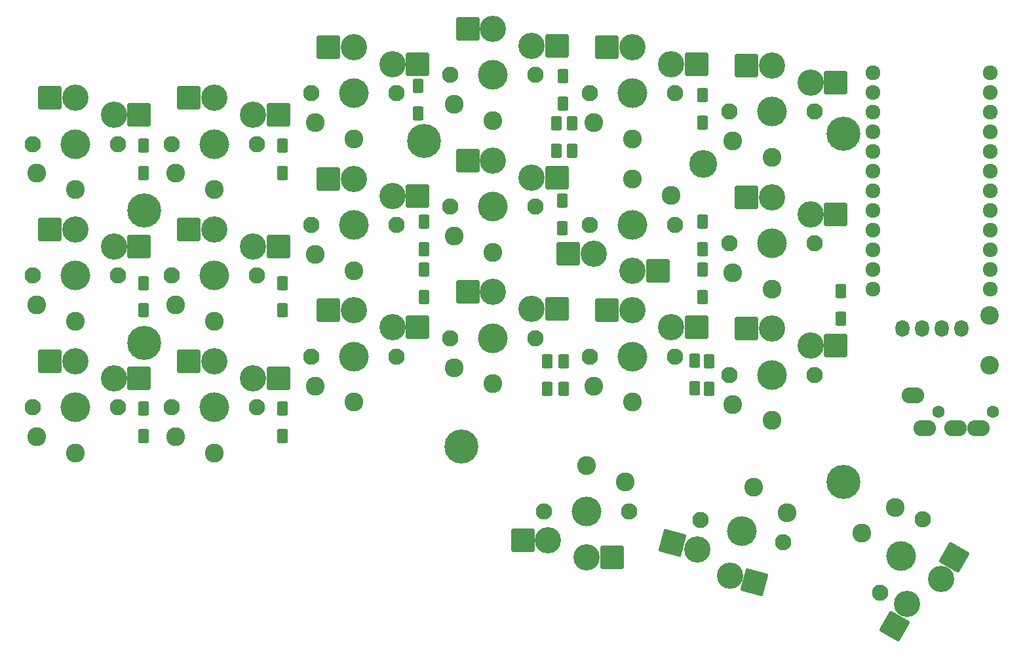
<source format=gbs>
G04 #@! TF.GenerationSoftware,KiCad,Pcbnew,(7.0.0-0)*
G04 #@! TF.CreationDate,2023-04-28T12:14:11+03:00*
G04 #@! TF.ProjectId,chococorne,63686f63-6f63-46f7-926e-652e6b696361,2.1*
G04 #@! TF.SameCoordinates,Original*
G04 #@! TF.FileFunction,Soldermask,Bot*
G04 #@! TF.FilePolarity,Negative*
%FSLAX46Y46*%
G04 Gerber Fmt 4.6, Leading zero omitted, Abs format (unit mm)*
G04 Created by KiCad (PCBNEW (7.0.0-0)) date 2023-04-28 12:14:11*
%MOMM*%
%LPD*%
G01*
G04 APERTURE LIST*
G04 Aperture macros list*
%AMRoundRect*
0 Rectangle with rounded corners*
0 $1 Rounding radius*
0 $2 $3 $4 $5 $6 $7 $8 $9 X,Y pos of 4 corners*
0 Add a 4 corners polygon primitive as box body*
4,1,4,$2,$3,$4,$5,$6,$7,$8,$9,$2,$3,0*
0 Add four circle primitives for the rounded corners*
1,1,$1+$1,$2,$3*
1,1,$1+$1,$4,$5*
1,1,$1+$1,$6,$7*
1,1,$1+$1,$8,$9*
0 Add four rect primitives between the rounded corners*
20,1,$1+$1,$2,$3,$4,$5,0*
20,1,$1+$1,$4,$5,$6,$7,0*
20,1,$1+$1,$6,$7,$8,$9,0*
20,1,$1+$1,$8,$9,$2,$3,0*%
G04 Aperture macros list end*
%ADD10C,4.400000*%
%ADD11C,2.101800*%
%ADD12C,3.400000*%
%ADD13C,3.829000*%
%ADD14RoundRect,0.200000X-1.300000X-1.300000X1.300000X-1.300000X1.300000X1.300000X-1.300000X1.300000X0*%
%ADD15C,2.432000*%
%ADD16C,3.600000*%
%ADD17C,2.400000*%
%ADD18RoundRect,0.200000X-0.500000X0.700000X-0.500000X-0.700000X0.500000X-0.700000X0.500000X0.700000X0*%
%ADD19C,1.600000*%
%ADD20O,2.900000X2.100000*%
%ADD21RoundRect,0.200000X1.300000X1.300000X-1.300000X1.300000X-1.300000X-1.300000X1.300000X-1.300000X0*%
%ADD22RoundRect,0.200000X1.592168X0.919239X-0.919239X1.592168X-1.592168X-0.919239X0.919239X-1.592168X0*%
%ADD23O,1.797000X2.178000*%
%ADD24C,1.924000*%
%ADD25RoundRect,0.200000X-0.475833X1.775833X-1.775833X-0.475833X0.475833X-1.775833X1.775833X0.475833X0*%
G04 APERTURE END LIST*
D10*
X71590000Y-69700000D03*
D11*
X21000000Y-87110000D03*
D12*
X26500000Y-81160000D03*
D13*
X26500000Y-87110000D03*
D12*
X31500000Y-83360000D03*
D11*
X32000000Y-87110000D03*
D14*
X23225000Y-81160000D03*
D15*
X26500000Y-93010000D03*
X21500000Y-90910000D03*
D14*
X34775000Y-83360000D03*
D16*
X107615000Y-72655000D03*
D10*
X35460000Y-95820000D03*
X125730000Y-113730000D03*
X76410000Y-109180000D03*
X35460000Y-78680000D03*
D17*
X144620000Y-98710000D03*
X144620000Y-92210000D03*
D18*
X106540000Y-98125000D03*
X106540000Y-101675000D03*
X108420000Y-98165000D03*
X108420000Y-101715000D03*
D11*
X111000000Y-82930000D03*
D12*
X116500000Y-76980000D03*
D13*
X116500000Y-82930000D03*
D12*
X121500000Y-79180000D03*
D11*
X122000000Y-82930000D03*
D14*
X113225000Y-76980000D03*
D15*
X116500000Y-88830000D03*
X111500000Y-86730000D03*
D14*
X124775000Y-79180000D03*
D18*
X35360000Y-104310000D03*
X35360000Y-107860000D03*
X35360000Y-70330000D03*
X35360000Y-73880000D03*
X125410000Y-89125000D03*
X125410000Y-92675000D03*
X35360000Y-88060000D03*
X35360000Y-91610000D03*
X87500000Y-98155000D03*
X87500000Y-101705000D03*
X89600000Y-98215000D03*
X89600000Y-101765000D03*
D19*
X145050000Y-104700000D03*
X138050000Y-104700000D03*
D20*
X134749999Y-102599999D03*
X143249999Y-106799999D03*
X140249999Y-106799999D03*
X136249999Y-106799999D03*
D18*
X53300000Y-88060000D03*
X53300000Y-91610000D03*
X71590000Y-80125000D03*
X71590000Y-83675000D03*
X107540000Y-86330000D03*
X107540000Y-89880000D03*
X53300000Y-104310000D03*
X53300000Y-107860000D03*
X71590000Y-86330000D03*
X71590000Y-89880000D03*
X89460000Y-77405000D03*
X89460000Y-80955000D03*
X107540000Y-63780000D03*
X107540000Y-67330000D03*
X107540000Y-80125000D03*
X107540000Y-83675000D03*
D11*
X57000000Y-80550000D03*
D12*
X62500000Y-74600000D03*
D13*
X62500000Y-80550000D03*
D12*
X67500000Y-76800000D03*
D11*
X68000000Y-80550000D03*
D14*
X59225000Y-74600000D03*
D15*
X62500000Y-86450000D03*
X57500000Y-84350000D03*
D14*
X70775000Y-76800000D03*
D11*
X39000000Y-87110000D03*
D12*
X44500000Y-81160000D03*
D13*
X44500000Y-87110000D03*
D12*
X49500000Y-83360000D03*
D11*
X50000000Y-87110000D03*
D14*
X41225000Y-81160000D03*
D15*
X44500000Y-93010000D03*
X39500000Y-90910000D03*
D14*
X52775000Y-83360000D03*
D11*
X104000000Y-80550000D03*
D12*
X98500000Y-86500000D03*
D13*
X98500000Y-80550000D03*
D12*
X93500000Y-84300000D03*
D11*
X93000000Y-80550000D03*
D21*
X101775000Y-86500000D03*
D15*
X98500000Y-74650000D03*
X103500000Y-76750000D03*
D21*
X90225000Y-84300000D03*
D11*
X117962592Y-121533505D03*
D12*
X111110027Y-125857259D03*
D13*
X112650000Y-120110000D03*
D12*
X106849799Y-122438127D03*
D11*
X107337408Y-118686495D03*
D22*
X114273434Y-126704891D03*
D15*
X114177032Y-114411038D03*
X118463142Y-117733577D03*
D22*
X103686392Y-121590494D03*
D23*
X140964999Y-93969999D03*
X138424999Y-93969999D03*
X135884999Y-93969999D03*
X133344999Y-93969999D03*
D24*
X144756400Y-60962000D03*
X144756400Y-63502000D03*
X144756400Y-66042000D03*
X144756400Y-68582000D03*
X144756400Y-71122000D03*
X144756400Y-73662000D03*
X144756400Y-76202000D03*
X144756400Y-78742000D03*
X144756400Y-81282000D03*
X144756400Y-83822000D03*
X144756400Y-86362000D03*
X144756400Y-88902000D03*
X129536400Y-88902000D03*
X129536400Y-86362000D03*
X129536400Y-83822000D03*
X129536400Y-81282000D03*
X129536400Y-78742000D03*
X129536400Y-76202000D03*
X129536400Y-73662000D03*
X129536400Y-71122000D03*
X129536400Y-68582000D03*
X129536400Y-66042000D03*
X129536400Y-63502000D03*
X129536400Y-60962000D03*
D10*
X125730000Y-68830000D03*
D11*
X21000000Y-104130000D03*
D12*
X26500000Y-98180000D03*
D13*
X26500000Y-104130000D03*
D12*
X31500000Y-100380000D03*
D11*
X32000000Y-104130000D03*
D14*
X23225000Y-98180000D03*
D15*
X26500000Y-110030000D03*
X21500000Y-107930000D03*
D14*
X34775000Y-100380000D03*
D11*
X39000000Y-70110000D03*
D12*
X44500000Y-64160000D03*
D13*
X44500000Y-70110000D03*
D12*
X49500000Y-66360000D03*
D11*
X50000000Y-70110000D03*
D14*
X41225000Y-64160000D03*
D15*
X44500000Y-76010000D03*
X39500000Y-73910000D03*
D14*
X52775000Y-66360000D03*
D11*
X75000000Y-61190000D03*
D12*
X80500000Y-55240000D03*
D13*
X80500000Y-61190000D03*
D12*
X85500000Y-57440000D03*
D11*
X86000000Y-61190000D03*
D14*
X77225000Y-55240000D03*
D15*
X80500000Y-67090000D03*
X75500000Y-64990000D03*
D14*
X88775000Y-57440000D03*
D11*
X57000000Y-63550000D03*
D12*
X62500000Y-57600000D03*
D13*
X62500000Y-63550000D03*
D12*
X67500000Y-59800000D03*
D11*
X68000000Y-63550000D03*
D14*
X59225000Y-57600000D03*
D15*
X62500000Y-69450000D03*
X57500000Y-67350000D03*
D14*
X70775000Y-59800000D03*
D11*
X111000000Y-65930000D03*
D12*
X116500000Y-59980000D03*
D13*
X116500000Y-65930000D03*
D12*
X121500000Y-62180000D03*
D11*
X122000000Y-65930000D03*
D14*
X113225000Y-59980000D03*
D15*
X116500000Y-71830000D03*
X111500000Y-69730000D03*
D14*
X124775000Y-62180000D03*
X106775000Y-59800000D03*
D15*
X93500000Y-67350000D03*
X98500000Y-69450000D03*
D14*
X95225000Y-57600000D03*
D11*
X104000000Y-63550000D03*
D12*
X103500000Y-59800000D03*
D13*
X98500000Y-63550000D03*
D12*
X98500000Y-57600000D03*
D11*
X93000000Y-63550000D03*
D18*
X88670000Y-67435000D03*
X88670000Y-70985000D03*
X90730000Y-67435000D03*
X90730000Y-70985000D03*
X53300000Y-70330000D03*
X53300000Y-73880000D03*
X70800000Y-66135000D03*
X70800000Y-62585000D03*
X89500000Y-61335000D03*
X89500000Y-64885000D03*
D11*
X75000000Y-95180000D03*
D12*
X80500000Y-89230000D03*
D13*
X80500000Y-95180000D03*
D12*
X85500000Y-91430000D03*
D11*
X86000000Y-95180000D03*
D14*
X77225000Y-89230000D03*
D15*
X80500000Y-101080000D03*
X75500000Y-98980000D03*
D14*
X88775000Y-91430000D03*
D11*
X75000000Y-78180000D03*
D12*
X80500000Y-72230000D03*
D13*
X80500000Y-78180000D03*
D12*
X85500000Y-74430000D03*
D11*
X86000000Y-78180000D03*
D14*
X77225000Y-72230000D03*
D15*
X80500000Y-84080000D03*
X75500000Y-81980000D03*
D14*
X88775000Y-74430000D03*
D11*
X57000000Y-97555000D03*
D12*
X62500000Y-91605000D03*
D13*
X62500000Y-97555000D03*
D12*
X67500000Y-93805000D03*
D11*
X68000000Y-97555000D03*
D14*
X59225000Y-91605000D03*
D15*
X62500000Y-103455000D03*
X57500000Y-101355000D03*
D14*
X70775000Y-93805000D03*
D11*
X21000000Y-70110000D03*
D12*
X26500000Y-64160000D03*
D13*
X26500000Y-70110000D03*
D12*
X31500000Y-66360000D03*
D11*
X32000000Y-70110000D03*
D14*
X23225000Y-64160000D03*
D15*
X26500000Y-76010000D03*
X21500000Y-73910000D03*
D14*
X34775000Y-66360000D03*
D11*
X98100000Y-117520000D03*
D12*
X92600000Y-123470000D03*
D13*
X92600000Y-117520000D03*
D12*
X87600000Y-121270000D03*
D11*
X87100000Y-117520000D03*
D21*
X95875000Y-123470000D03*
D15*
X92600000Y-111620000D03*
X97600000Y-113720000D03*
D21*
X84325000Y-121270000D03*
D11*
X39000000Y-104115000D03*
D12*
X44500000Y-98165000D03*
D13*
X44500000Y-104115000D03*
D12*
X49500000Y-100365000D03*
D11*
X50000000Y-104115000D03*
D14*
X41225000Y-98165000D03*
D15*
X44500000Y-110015000D03*
X39500000Y-107915000D03*
D14*
X52775000Y-100365000D03*
D11*
X93000000Y-97555000D03*
D12*
X98500000Y-91605000D03*
D13*
X98500000Y-97555000D03*
D12*
X103500000Y-93805000D03*
D11*
X104000000Y-97555000D03*
D14*
X95225000Y-91605000D03*
D15*
X98500000Y-103455000D03*
X93500000Y-101355000D03*
D14*
X106775000Y-93805000D03*
D11*
X136000000Y-118556860D03*
D12*
X138402851Y-126295000D03*
D13*
X133250000Y-123320000D03*
D12*
X133997595Y-129525127D03*
D11*
X130500000Y-128083140D03*
D25*
X140040351Y-123458767D03*
D15*
X128140450Y-120370000D03*
X132459103Y-117089873D03*
D25*
X132360095Y-132361360D03*
D11*
X111000000Y-99930000D03*
D12*
X116500000Y-93980000D03*
D13*
X116500000Y-99930000D03*
D12*
X121500000Y-96180000D03*
D11*
X122000000Y-99930000D03*
D14*
X113225000Y-93980000D03*
D15*
X116500000Y-105830000D03*
X111500000Y-103730000D03*
D14*
X124775000Y-96180000D03*
M02*

</source>
